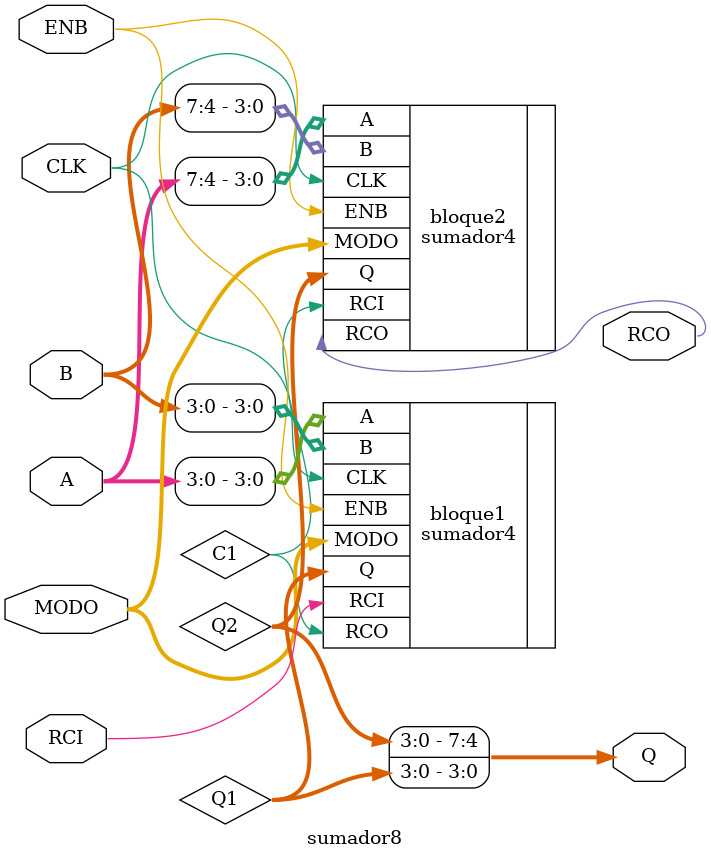
<source format=v>
`include "sumador4.v"

module sumador8 (   input   CLK,
                    input   ENB,
                    input   RCI,
                    input   [1:0] MODO,
                    input   [7:0] A,
                    input   [7:0] B,
                    output  reg [7:0] Q,
                    output  RCO);

// Wires para el carreo (del bloque 1 a bloque 2) y para las salidas
wire C1;
wire [3:0] Q1, Q2;

// Instancias de módulo sumador4
sumador4 bloque1 (.CLK(CLK), .ENB(ENB), .RCI(RCI), .MODO(MODO), .A(A[3:0]), .B(B[3:0]), .Q(Q1[3:0]), .RCO(C1));
sumador4 bloque2 (.CLK(CLK), .ENB(ENB), .RCI(C1), .MODO(MODO), .A(A[7:4]), .B(B[7:4]), .Q(Q2[3:0]), .RCO(RCO));

// Se concatenan los resultados de ambos sumadores
always @*
    Q = {Q2, Q1}; 

endmodule

</source>
